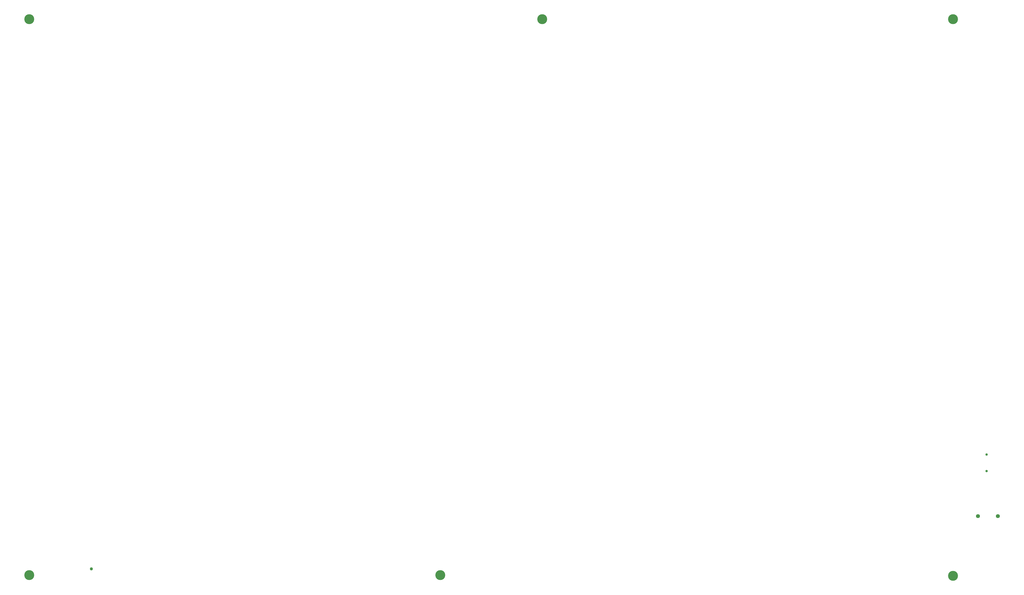
<source format=gbs>
G04 EAGLE Gerber RS-274X export*
G75*
%MOMM*%
%FSLAX34Y34*%
%LPD*%
%INSoldermask Bottom*%
%IPPOS*%
%AMOC8*
5,1,8,0,0,1.08239X$1,22.5*%
G01*
%ADD10C,3.505200*%
%ADD11C,0.853200*%
%ADD12C,1.403200*%
%ADD13C,1.103200*%


D10*
X3338600Y75000D03*
X77500Y77500D03*
D11*
X3457100Y445530D03*
X3457100Y503330D03*
D12*
X3496500Y286000D03*
X3426500Y286000D03*
D13*
X296300Y100000D03*
D10*
X1888000Y2041500D03*
X1528100Y77500D03*
X3338600Y2041500D03*
X77500Y2041500D03*
M02*

</source>
